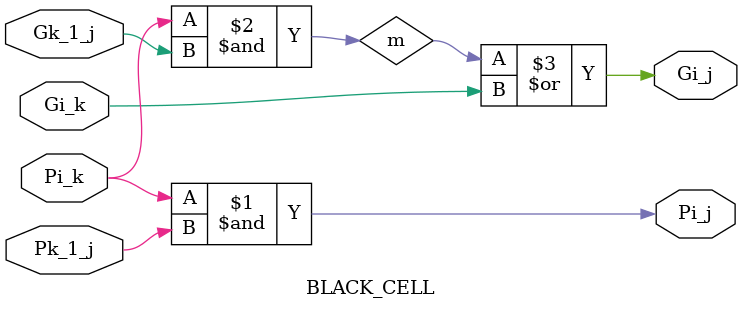
<source format=v>
module BLACK_CELL(input Gi_k,
				  input Pi_k,
				  input Gk_1_j,
				  input Pk_1_j,
				  output Gi_j,
				  output Pi_j);
//////////////////////////////////////////////////////////////////////

//-----------------------internal signal----------------------------//
				  wire m;
//////////////////////////////////////////////////////////////////////

//-----------------------architecture-------------------------------//
				  and (Pi_j,Pi_k,Pk_1_j);

				  and (m,Pi_k,Gk_1_j);
				  or  (Gi_j,m,Gi_k);
//////////////////////////////////////////////////////////////////////
endmodule


</source>
